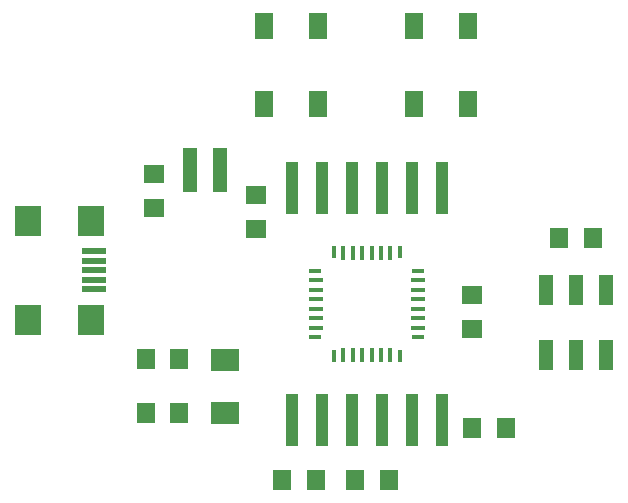
<source format=gtp>
G75*
%MOIN*%
%OFA0B0*%
%FSLAX25Y25*%
%IPPOS*%
%LPD*%
%AMOC8*
5,1,8,0,0,1.08239X$1,22.5*
%
%ADD10R,0.09400X0.07500*%
%ADD11R,0.06299X0.07098*%
%ADD12R,0.07098X0.06299*%
%ADD13R,0.06000X0.09000*%
%ADD14R,0.04400X0.01400*%
%ADD15R,0.05000X0.01400*%
%ADD16R,0.01400X0.04400*%
%ADD17R,0.01400X0.05000*%
%ADD18R,0.01380X0.05000*%
%ADD19R,0.05000X0.10000*%
%ADD20R,0.04000X0.17500*%
%ADD21R,0.08661X0.09843*%
%ADD22R,0.07874X0.01969*%
%ADD23R,0.05000X0.15000*%
D10*
X0078914Y0035257D03*
X0078914Y0052957D03*
D11*
X0052465Y0035157D03*
X0063662Y0035157D03*
X0063712Y0053057D03*
X0052515Y0053057D03*
X0098055Y0012857D03*
X0109252Y0012857D03*
X0122255Y0012667D03*
X0133452Y0012667D03*
X0161255Y0030027D03*
X0172452Y0030027D03*
X0190336Y0093546D03*
X0201532Y0093546D03*
D12*
X0161183Y0074395D03*
X0161183Y0063198D03*
X0089134Y0096618D03*
X0089134Y0107815D03*
X0055213Y0103598D03*
X0055213Y0114795D03*
D13*
X0091954Y0138247D03*
X0109954Y0138247D03*
X0109954Y0164247D03*
X0091954Y0164247D03*
X0142034Y0164227D03*
X0160034Y0164227D03*
X0160034Y0138227D03*
X0142034Y0138227D03*
D14*
X0143364Y0082461D03*
X0143364Y0060413D03*
X0108964Y0060413D03*
X0108964Y0082461D03*
D15*
X0109264Y0079311D03*
X0109264Y0076161D03*
X0109264Y0073012D03*
X0109264Y0069862D03*
X0109264Y0066712D03*
X0109264Y0063563D03*
X0143064Y0063563D03*
X0143064Y0066712D03*
X0143064Y0069862D03*
X0143064Y0073012D03*
X0143064Y0076161D03*
X0143064Y0079311D03*
D16*
X0137187Y0088637D03*
X0115140Y0088637D03*
X0115140Y0054237D03*
X0137187Y0054237D03*
D17*
X0134038Y0054537D03*
X0130888Y0054537D03*
X0118290Y0054537D03*
X0118290Y0088337D03*
X0130888Y0088337D03*
X0134038Y0088337D03*
D18*
X0127739Y0088337D03*
X0124589Y0088337D03*
X0121439Y0088337D03*
X0121439Y0054537D03*
X0124589Y0054537D03*
X0127739Y0054537D03*
D19*
X0185864Y0054497D03*
X0195864Y0054497D03*
X0205864Y0054497D03*
X0205864Y0075993D03*
X0195864Y0075993D03*
X0185864Y0075993D03*
D20*
X0151164Y0110187D03*
X0141164Y0110187D03*
X0131164Y0110187D03*
X0121164Y0110187D03*
X0111164Y0110187D03*
X0101164Y0110187D03*
X0101164Y0032687D03*
X0111164Y0032687D03*
X0121164Y0032687D03*
X0131164Y0032687D03*
X0141164Y0032687D03*
X0151164Y0032687D03*
D21*
X0034078Y0066191D03*
X0013211Y0066191D03*
X0013211Y0099262D03*
X0034078Y0099262D03*
D22*
X0035062Y0089026D03*
X0035062Y0085876D03*
X0035062Y0082727D03*
X0035062Y0079577D03*
X0035062Y0076427D03*
D23*
X0067134Y0116197D03*
X0077134Y0116197D03*
M02*

</source>
